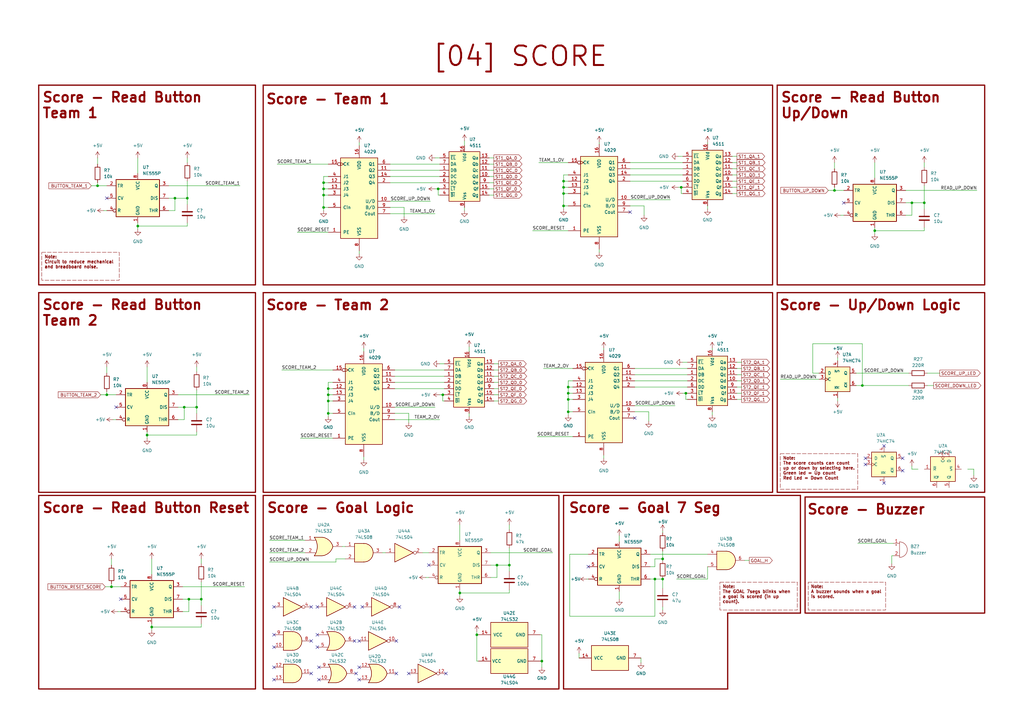
<source format=kicad_sch>
(kicad_sch (version 20230121) (generator eeschema)
  (paper "A3")
  (title_block (title "DIGITAL SCOREBOARD") (rev "1.0") (company "www.slemanz.com"))
  (junction (at 60.325 178.435))
  (junction (at 71.755 81.28))
  (junction (at 195.58 260.35))
  (junction (at 374.015 83.185))
  (junction (at 231.14 84.455))
  (junction (at 231.14 74.295))
  (junction (at 45.72 240.665))
  (junction (at 208.915 231.775))
  (junction (at 134.62 164.465))
  (junction (at 62.23 257.175))
  (junction (at 132.715 77.47))
  (junction (at 379.095 83.185))
  (junction (at 233.045 161.29))
  (junction (at 279.4 76.835))
  (junction (at 179.705 77.47))
  (junction (at 134.62 161.925))
  (junction (at 233.045 168.91))
  (junction (at 188.595 243.205))
  (junction (at 132.715 80.01))
  (junction (at 233.045 163.83))
  (junction (at 268.605 237.49))
  (junction (at 132.715 85.09))
  (junction (at 271.78 229.235))
  (junction (at 77.47 245.745))
  (junction (at 76.835 81.28))
  (junction (at 134.62 169.545))
  (junction (at 181.61 161.925))
  (junction (at 271.78 237.49))
  (junction (at 203.835 231.775))
  (junction (at 222.25 271.145))
  (junction (at 40.005 76.2))
  (junction (at 342.265 78.105))
  (junction (at 353.695 158.115))
  (junction (at 82.55 245.745))
  (junction (at 233.045 158.75))
  (junction (at 231.14 76.835))
  (junction (at 134.62 159.385))
  (junction (at 80.645 167.005))
  (junction (at 43.815 161.925))
  (junction (at 75.565 167.005))
  (junction (at 132.715 74.93))
  (junction (at 358.775 94.615))
  (junction (at 56.515 92.71))
  (junction (at 231.14 79.375))
  (junction (at 281.305 161.29))
  (no_connect (at 148.59 248.92))
  (no_connect (at 162.56 276.225))
  (no_connect (at 130.81 273.685))
  (no_connect (at 241.3 232.41))
  (no_connect (at 354.965 187.96))
  (no_connect (at 162.56 262.89))
  (no_connect (at 362.585 182.88))
  (no_connect (at 112.395 248.92))
  (no_connect (at 130.175 260.35))
  (no_connect (at 175.895 231.775))
  (no_connect (at 260.35 171.45))
  (no_connect (at 112.395 278.765))
  (no_connect (at 354.965 190.5))
  (no_connect (at 127.635 276.225))
  (no_connect (at 145.415 248.92))
  (no_connect (at 112.395 260.35))
  (no_connect (at 49.53 245.745))
  (no_connect (at 130.81 278.765))
  (no_connect (at 163.83 248.92))
  (no_connect (at 182.88 276.225))
  (no_connect (at 147.32 273.685))
  (no_connect (at 370.205 193.04))
  (no_connect (at 43.815 81.28))
  (no_connect (at 147.32 278.765))
  (no_connect (at 127.635 262.89))
  (no_connect (at 146.05 276.225))
  (no_connect (at 258.445 86.995))
  (no_connect (at 167.64 276.225))
  (no_connect (at 112.395 265.43))
  (no_connect (at 145.415 262.89))
  (no_connect (at 346.075 83.185))
  (no_connect (at 130.175 248.92))
  (no_connect (at 47.625 167.005))
  (no_connect (at 130.175 265.43))
  (no_connect (at 147.32 262.89))
  (no_connect (at 370.205 187.96))
  (no_connect (at 112.395 273.685))
  (no_connect (at 127.635 248.92))
  (no_connect (at 362.585 198.12))
  (wire (pts (xy 221.615 260.35) (xy 222.25 260.35)))
  (wire (pts (xy 260.35 156.21) (xy 281.94 156.21)))
  (wire (pts (xy 260.35 166.37) (xy 276.86 166.37)))
  (wire (pts (xy 300.355 74.295) (xy 302.26 74.295)))
  (wire (pts (xy 40.005 64.77) (xy 40.005 67.31)))
  (wire (pts (xy 161.925 169.545) (xy 167.64 169.545)))
  (wire (pts (xy 62.23 257.175) (xy 62.23 258.445)))
  (wire (pts (xy 76.835 92.71) (xy 76.835 91.44)))
  (wire (pts (xy 134.62 169.545) (xy 136.525 169.545)))
  (wire (pts (xy 233.045 161.29) (xy 233.045 158.75)))
  (wire (pts (xy 71.755 81.28) (xy 76.835 81.28)))
  (wire (pts (xy 233.045 76.835) (xy 231.14 76.835)))
  (wire (pts (xy 305.435 229.87) (xy 307.34 229.87)))
  (wire (pts (xy 156.845 226.695) (xy 158.115 226.695)))
  (wire (pts (xy 149.225 187.325) (xy 149.225 188.595)))
  (wire (pts (xy 180.34 149.225) (xy 182.245 149.225)))
  (wire (pts (xy 271.78 217.805) (xy 271.78 218.44)))
  (wire (pts (xy 80.645 167.005) (xy 80.645 169.545)))
  (wire (pts (xy 300.355 69.215) (xy 302.26 69.215)))
  (wire (pts (xy 48.26 250.825) (xy 49.53 250.825)))
  (wire (pts (xy 333.375 140.97) (xy 353.695 140.97)))
  (wire (pts (xy 195.58 260.35) (xy 195.58 271.145)))
  (wire (pts (xy 302.26 153.67) (xy 304.165 153.67)))
  (wire (pts (xy 161.925 151.765) (xy 182.245 151.765)))
  (wire (pts (xy 200.66 69.85) (xy 202.565 69.85)))
  (wire (pts (xy 231.14 74.295) (xy 233.045 74.295)))
  (wire (pts (xy 374.015 192.405) (xy 374.015 191.135)))
  (wire (pts (xy 80.645 160.02) (xy 80.645 167.005)))
  (wire (pts (xy 80.645 150.495) (xy 80.645 152.4)))
  (wire (pts (xy 233.045 168.91) (xy 233.045 170.18)))
  (wire (pts (xy 75.565 167.005) (xy 73.025 167.005)))
  (wire (pts (xy 371.475 78.105) (xy 400.685 78.105)))
  (wire (pts (xy 43.815 160.655) (xy 43.815 161.925)))
  (wire (pts (xy 268.605 237.49) (xy 271.78 237.49)))
  (wire (pts (xy 174.625 236.855) (xy 175.895 236.855)))
  (wire (pts (xy 258.445 71.755) (xy 280.035 71.755)))
  (wire (pts (xy 300.355 66.675) (xy 302.26 66.675)))
  (wire (pts (xy 200.66 80.01) (xy 202.565 80.01)))
  (wire (pts (xy 82.55 238.76) (xy 82.55 245.745)))
  (wire (pts (xy 260.35 158.75) (xy 281.94 158.75)))
  (wire (pts (xy 247.65 186.69) (xy 247.65 187.96)))
  (wire (pts (xy 195.58 260.35) (xy 196.215 260.35)))
  (wire (pts (xy 134.62 161.925) (xy 134.62 159.385)))
  (wire (pts (xy 300.355 76.835) (xy 302.26 76.835)))
  (wire (pts (xy 379.095 76.2) (xy 379.095 83.185)))
  (wire (pts (xy 137.795 230.505) (xy 137.795 229.235)))
  (wire (pts (xy 56.515 92.71) (xy 56.515 91.44)))
  (wire (pts (xy 134.62 164.465) (xy 134.62 169.545)))
  (wire (pts (xy 290.195 84.455) (xy 290.195 85.725)))
  (wire (pts (xy 358.775 94.615) (xy 379.095 94.615)))
  (wire (pts (xy 379.095 94.615) (xy 379.095 93.345)))
  (wire (pts (xy 376.555 192.405) (xy 374.015 192.405)))
  (wire (pts (xy 290.195 237.49) (xy 277.495 237.49)))
  (wire (pts (xy 231.14 74.295) (xy 231.14 71.755)))
  (wire (pts (xy 173.355 226.695) (xy 175.895 226.695)))
  (polyline (pts (xy 231.14 282.575) (xy 298.45 282.575)) (stroke (width 0.5) (type solid) (color 132 0 0 1)))
  (wire (pts (xy 69.215 86.36) (xy 71.755 86.36)))
  (wire (pts (xy 231.14 79.375) (xy 231.14 84.455)))
  (wire (pts (xy 82.55 229.235) (xy 82.55 231.14)))
  (wire (pts (xy 202.565 151.765) (xy 204.47 151.765)))
  (wire (pts (xy 335.915 153.035) (xy 333.375 153.035)))
  (wire (pts (xy 200.66 74.93) (xy 202.565 74.93)))
  (wire (pts (xy 56.515 92.71) (xy 56.515 93.98)))
  (wire (pts (xy 181.61 161.925) (xy 181.61 164.465)))
  (wire (pts (xy 62.23 229.235) (xy 62.23 235.585)))
  (wire (pts (xy 302.26 151.13) (xy 304.165 151.13)))
  (wire (pts (xy 233.68 227.33) (xy 233.68 252.73)))
  (wire (pts (xy 266.065 168.91) (xy 266.065 172.72)))
  (wire (pts (xy 195.58 259.08) (xy 195.58 260.35)))
  (wire (pts (xy 132.715 85.09) (xy 132.715 86.36)))
  (wire (pts (xy 374.015 83.185) (xy 379.095 83.185)))
  (wire (pts (xy 290.195 58.42) (xy 290.195 59.055)))
  (wire (pts (xy 188.595 215.265) (xy 188.595 221.615)))
  (wire (pts (xy 203.835 231.775) (xy 208.915 231.775)))
  (wire (pts (xy 208.915 215.265) (xy 208.915 217.17)))
  (wire (pts (xy 160.02 74.93) (xy 180.34 74.93)))
  (wire (pts (xy 69.215 76.2) (xy 98.425 76.2)))
  (wire (pts (xy 62.23 257.175) (xy 82.55 257.175)))
  (wire (pts (xy 245.745 58.42) (xy 245.745 59.055)))
  (wire (pts (xy 271.78 226.06) (xy 271.78 229.235)))
  (wire (pts (xy 260.35 151.13) (xy 281.94 151.13)))
  (wire (pts (xy 208.915 231.775) (xy 208.915 234.315)))
  (wire (pts (xy 237.49 267.97) (xy 237.49 269.875)))
  (wire (pts (xy 279.4 76.835) (xy 279.4 79.375)))
  (wire (pts (xy 60.325 178.435) (xy 80.645 178.435)))
  (wire (pts (xy 300.355 64.135) (xy 302.26 64.135)))
  (wire (pts (xy 76.835 81.28) (xy 76.835 83.82)))
  (wire (pts (xy 77.47 250.825) (xy 77.47 245.745)))
  (wire (pts (xy 254 242.57) (xy 254 245.745)))
  (wire (pts (xy 254 219.71) (xy 254 222.25)))
  (polyline (pts (xy 298.45 282.575) (xy 298.45 251.46)) (stroke (width 0.5) (type solid) (color 132 0 0 1)))
  (wire (pts (xy 271.78 229.235) (xy 271.78 229.87)))
  (wire (pts (xy 132.715 77.47) (xy 132.715 80.01)))
  (wire (pts (xy 271.78 248.92) (xy 271.78 250.19)))
  (wire (pts (xy 43.815 150.495) (xy 43.815 153.035)))
  (wire (pts (xy 190.5 57.785) (xy 190.5 59.69)))
  (wire (pts (xy 380.365 158.115) (xy 382.905 158.115)))
  (wire (pts (xy 258.445 84.455) (xy 264.16 84.455)))
  (wire (pts (xy 268.605 232.41) (xy 268.605 229.235)))
  (polyline (pts (xy 328.295 203.2) (xy 231.14 203.2)) (stroke (width 0.5) (type solid) (color 132 0 0 1)))
  (wire (pts (xy 280.035 161.29) (xy 281.305 161.29)))
  (wire (pts (xy 231.14 76.835) (xy 231.14 74.295)))
  (wire (pts (xy 231.14 71.755) (xy 233.045 71.755)))
  (wire (pts (xy 280.035 79.375) (xy 279.4 79.375)))
  (wire (pts (xy 260.35 168.91) (xy 266.065 168.91)))
  (wire (pts (xy 234.95 161.29) (xy 233.045 161.29)))
  (wire (pts (xy 245.745 102.235) (xy 245.745 103.505)))
  (wire (pts (xy 231.14 76.835) (xy 231.14 79.375)))
  (wire (pts (xy 399.415 192.405) (xy 399.415 194.945)))
  (wire (pts (xy 342.265 66.675) (xy 342.265 69.215)))
  (wire (pts (xy 41.275 161.925) (xy 43.815 161.925)))
  (wire (pts (xy 200.66 67.31) (xy 202.565 67.31)))
  (wire (pts (xy 62.23 257.175) (xy 62.23 255.905)))
  (wire (pts (xy 358.775 94.615) (xy 358.775 93.345)))
  (wire (pts (xy 344.805 88.265) (xy 346.075 88.265)))
  (wire (pts (xy 60.325 150.495) (xy 60.325 156.845)))
  (wire (pts (xy 134.62 156.845) (xy 136.525 156.845)))
  (wire (pts (xy 56.515 92.71) (xy 76.835 92.71)))
  (wire (pts (xy 200.66 64.77) (xy 202.565 64.77)))
  (wire (pts (xy 353.695 158.115) (xy 372.745 158.115)))
  (wire (pts (xy 343.535 163.195) (xy 343.535 164.465)))
  (wire (pts (xy 233.045 168.91) (xy 234.95 168.91)))
  (wire (pts (xy 365.76 227.965) (xy 366.395 227.965)))
  (wire (pts (xy 115.57 151.765) (xy 136.525 151.765)))
  (wire (pts (xy 218.44 94.615) (xy 233.045 94.615)))
  (wire (pts (xy 371.475 88.265) (xy 374.015 88.265)))
  (wire (pts (xy 222.25 260.35) (xy 222.25 271.145)))
  (wire (pts (xy 342.265 78.105) (xy 346.075 78.105)))
  (wire (pts (xy 132.715 72.39) (xy 134.62 72.39)))
  (wire (pts (xy 262.89 269.875) (xy 262.89 271.78)))
  (wire (pts (xy 202.565 154.305) (xy 204.47 154.305)))
  (wire (pts (xy 76.835 64.77) (xy 76.835 66.675)))
  (wire (pts (xy 160.02 69.85) (xy 180.34 69.85)))
  (wire (pts (xy 302.26 163.83) (xy 304.165 163.83)))
  (wire (pts (xy 160.02 85.09) (xy 165.735 85.09)))
  (wire (pts (xy 302.26 161.29) (xy 304.165 161.29)))
  (wire (pts (xy 264.16 84.455) (xy 264.16 88.265)))
  (wire (pts (xy 202.565 161.925) (xy 204.47 161.925)))
  (wire (pts (xy 300.355 71.755) (xy 302.26 71.755)))
  (wire (pts (xy 278.13 64.135) (xy 280.035 64.135)))
  (wire (pts (xy 233.045 163.83) (xy 233.045 168.91)))
  (wire (pts (xy 140.335 224.155) (xy 141.605 224.155)))
  (wire (pts (xy 45.72 240.665) (xy 49.53 240.665)))
  (wire (pts (xy 231.14 79.375) (xy 233.045 79.375)))
  (wire (pts (xy 300.355 79.375) (xy 302.26 79.375)))
  (wire (pts (xy 165.735 85.09) (xy 165.735 88.9)))
  (wire (pts (xy 266.7 237.49) (xy 268.605 237.49)))
  (wire (pts (xy 233.045 156.21) (xy 234.95 156.21)))
  (wire (pts (xy 271.78 237.49) (xy 271.78 241.3)))
  (wire (pts (xy 240.665 237.49) (xy 241.3 237.49)))
  (wire (pts (xy 188.595 243.205) (xy 188.595 244.475)))
  (wire (pts (xy 268.605 229.235) (xy 271.78 229.235)))
  (wire (pts (xy 260.35 153.67) (xy 281.94 153.67)))
  (wire (pts (xy 201.295 236.855) (xy 203.835 236.855)))
  (wire (pts (xy 179.705 77.47) (xy 179.705 80.01)))
  (wire (pts (xy 134.62 164.465) (xy 136.525 164.465)))
  (wire (pts (xy 353.695 158.115) (xy 351.155 158.115)))
  (wire (pts (xy 136.525 161.925) (xy 134.62 161.925)))
  (wire (pts (xy 82.55 257.175) (xy 82.55 255.905)))
  (wire (pts (xy 208.915 243.205) (xy 208.915 241.935)))
  (wire (pts (xy 43.18 240.665) (xy 45.72 240.665)))
  (wire (pts (xy 60.325 178.435) (xy 60.325 177.165)))
  (wire (pts (xy 203.835 231.775) (xy 201.295 231.775)))
  (wire (pts (xy 82.55 245.745) (xy 82.55 248.285)))
  (wire (pts (xy 180.34 80.01) (xy 179.705 80.01)))
  (wire (pts (xy 75.565 167.005) (xy 80.645 167.005)))
  (wire (pts (xy 76.835 74.295) (xy 76.835 81.28)))
  (wire (pts (xy 80.645 178.435) (xy 80.645 177.165)))
  (wire (pts (xy 351.155 153.035) (xy 372.745 153.035)))
  (wire (pts (xy 231.14 84.455) (xy 231.14 85.725)))
  (wire (pts (xy 73.025 161.925) (xy 102.235 161.925)))
  (wire (pts (xy 202.565 156.845) (xy 204.47 156.845)))
  (wire (pts (xy 278.13 76.835) (xy 279.4 76.835)))
  (wire (pts (xy 339.725 78.105) (xy 342.265 78.105)))
  (wire (pts (xy 132.715 74.93) (xy 134.62 74.93)))
  (wire (pts (xy 123.19 179.705) (xy 136.525 179.705)))
  (wire (pts (xy 46.355 172.085) (xy 47.625 172.085)))
  (wire (pts (xy 132.715 80.01) (xy 134.62 80.01)))
  (wire (pts (xy 180.34 161.925) (xy 181.61 161.925)))
  (wire (pts (xy 43.815 161.925) (xy 47.625 161.925)))
  (wire (pts (xy 134.62 159.385) (xy 136.525 159.385)))
  (wire (pts (xy 161.925 154.305) (xy 182.245 154.305)))
  (wire (pts (xy 147.32 58.42) (xy 147.32 59.69)))
  (wire (pts (xy 137.795 229.235) (xy 141.605 229.235)))
  (wire (pts (xy 333.375 153.035) (xy 333.375 140.97)))
  (wire (pts (xy 379.095 83.185) (xy 379.095 85.725)))
  (wire (pts (xy 302.26 158.75) (xy 304.165 158.75)))
  (wire (pts (xy 203.835 236.855) (xy 203.835 231.775)))
  (wire (pts (xy 279.4 76.835) (xy 280.035 76.835)))
  (wire (pts (xy 74.93 250.825) (xy 77.47 250.825)))
  (wire (pts (xy 343.535 147.955) (xy 343.535 146.685)))
  (wire (pts (xy 222.25 271.145) (xy 221.615 271.145)))
  (wire (pts (xy 266.7 227.33) (xy 290.195 227.33)))
  (wire (pts (xy 233.045 158.75) (xy 233.045 156.21)))
  (wire (pts (xy 188.595 243.205) (xy 188.595 241.935)))
  (wire (pts (xy 73.025 172.085) (xy 75.565 172.085)))
  (wire (pts (xy 149.225 142.875) (xy 149.225 144.145)))
  (wire (pts (xy 290.195 232.41) (xy 290.195 237.49)))
  (wire (pts (xy 292.1 142.875) (xy 292.1 143.51)))
  (wire (pts (xy 160.02 67.31) (xy 180.34 67.31)))
  (wire (pts (xy 134.62 169.545) (xy 134.62 170.815)))
  (polyline (pts (xy 328.295 251.46) (xy 328.295 203.2)) (stroke (width 0.5) (type solid) (color 132 0 0 1)))
  (wire (pts (xy 258.445 66.675) (xy 280.035 66.675)))
  (wire (pts (xy 379.095 66.675) (xy 379.095 68.58)))
  (wire (pts (xy 365.76 231.14) (xy 365.76 227.965)))
  (wire (pts (xy 202.565 149.225) (xy 204.47 149.225)))
  (wire (pts (xy 258.445 74.295) (xy 280.035 74.295)))
  (wire (pts (xy 167.64 169.545) (xy 167.64 173.355)))
  (wire (pts (xy 241.3 227.33) (xy 233.68 227.33)))
  (wire (pts (xy 110.49 226.695) (xy 125.095 226.695)))
  (wire (pts (xy 56.515 64.77) (xy 56.515 71.12)))
  (wire (pts (xy 132.715 74.93) (xy 132.715 72.39)))
  (wire (pts (xy 233.68 252.73) (xy 268.605 252.73)))
  (wire (pts (xy 74.93 240.665) (xy 100.33 240.665)))
  (wire (pts (xy 258.445 81.915) (xy 274.955 81.915)))
  (wire (pts (xy 192.405 142.24) (xy 192.405 144.145)))
  (wire (pts (xy 134.62 77.47) (xy 132.715 77.47)))
  (wire (pts (xy 77.47 245.745) (xy 82.55 245.745)))
  (wire (pts (xy 178.435 77.47) (xy 179.705 77.47)))
  (wire (pts (xy 222.25 273.685) (xy 222.25 271.145)))
  (wire (pts (xy 233.045 161.29) (xy 233.045 163.83)))
  (wire (pts (xy 147.32 102.87) (xy 147.32 104.14)))
  (wire (pts (xy 208.915 224.79) (xy 208.915 231.775)))
  (wire (pts (xy 161.925 172.085) (xy 180.34 172.085)))
  (wire (pts (xy 374.015 88.265) (xy 374.015 83.185)))
  (wire (pts (xy 268.605 237.49) (xy 268.605 252.73)))
  (wire (pts (xy 202.565 159.385) (xy 204.47 159.385)))
  (wire (pts (xy 281.305 161.29) (xy 281.94 161.29)))
  (wire (pts (xy 132.715 77.47) (xy 132.715 74.93)))
  (wire (pts (xy 222.885 151.13) (xy 234.95 151.13)))
  (wire (pts (xy 231.14 84.455) (xy 233.045 84.455)))
  (wire (pts (xy 132.715 85.09) (xy 134.62 85.09)))
  (wire (pts (xy 374.015 83.185) (xy 371.475 83.185)))
  (wire (pts (xy 320.04 155.575) (xy 335.915 155.575)))
  (wire (pts (xy 160.02 87.63) (xy 178.435 87.63)))
  (wire (pts (xy 181.61 161.925) (xy 182.245 161.925)))
  (wire (pts (xy 161.925 156.845) (xy 182.245 156.845)))
  (wire (pts (xy 179.705 77.47) (xy 180.34 77.47)))
  (wire (pts (xy 302.26 148.59) (xy 304.165 148.59)))
  (wire (pts (xy 233.045 158.75) (xy 234.95 158.75)))
  (wire (pts (xy 134.62 161.925) (xy 134.62 164.465)))
  (wire (pts (xy 75.565 172.085) (xy 75.565 167.005)))
  (wire (pts (xy 40.005 74.93) (xy 40.005 76.2)))
  (wire (pts (xy 71.755 81.28) (xy 69.215 81.28)))
  (wire (pts (xy 342.265 76.835) (xy 342.265 78.105)))
  (wire (pts (xy 281.94 163.83) (xy 281.305 163.83)))
  (wire (pts (xy 110.49 230.505) (xy 137.795 230.505)))
  (wire (pts (xy 281.305 161.29) (xy 281.305 163.83)))
  (wire (pts (xy 71.755 86.36) (xy 71.755 81.28)))
  (wire (pts (xy 192.405 169.545) (xy 192.405 170.815)))
  (wire (pts (xy 161.925 159.385) (xy 182.245 159.385)))
  (wire (pts (xy 353.695 140.97) (xy 353.695 158.115)))
  (wire (pts (xy 258.445 69.215) (xy 280.035 69.215)))
  (wire (pts (xy 233.045 163.83) (xy 234.95 163.83)))
  (wire (pts (xy 202.565 164.465) (xy 204.47 164.465)))
  (wire (pts (xy 200.66 72.39) (xy 202.565 72.39)))
  (wire (pts (xy 247.65 142.875) (xy 247.65 143.51)))
  (polyline (pts (xy 298.45 251.46) (xy 328.295 251.46)) (stroke (width 0.5) (type solid) (color 132 0 0 1)))
  (wire (pts (xy 380.365 153.035) (xy 385.445 153.035)))
  (wire (pts (xy 280.035 148.59) (xy 281.94 148.59)))
  (wire (pts (xy 60.325 178.435) (xy 60.325 179.705)))
  (wire (pts (xy 40.005 76.2) (xy 43.815 76.2)))
  (wire (pts (xy 132.715 80.01) (xy 132.715 85.09)))
  (wire (pts (xy 195.58 271.145) (xy 196.215 271.145)))
  (wire (pts (xy 358.775 94.615) (xy 358.775 95.885)))
  (wire (pts (xy 160.02 82.55) (xy 176.53 82.55)))
  (wire (pts (xy 77.47 245.745) (xy 74.93 245.745)))
  (wire (pts (xy 134.62 159.385) (xy 134.62 156.845)))
  (wire (pts (xy 182.245 164.465) (xy 181.61 164.465)))
  (wire (pts (xy 201.295 226.695) (xy 226.695 226.695)))
  (wire (pts (xy 266.7 232.41) (xy 268.605 232.41)))
  (wire (pts (xy 113.665 67.31) (xy 134.62 67.31)))
  (wire (pts (xy 190.5 85.09) (xy 190.5 86.36)))
  (wire (pts (xy 220.98 66.675) (xy 233.045 66.675)))
  (wire (pts (xy 42.545 86.36) (xy 43.815 86.36)))
  (wire (pts (xy 188.595 243.205) (xy 208.915 243.205)))
  (wire (pts (xy 292.1 168.91) (xy 292.1 170.18)))
  (wire (pts (xy 200.66 77.47) (xy 202.565 77.47)))
  (wire (pts (xy 121.92 95.25) (xy 134.62 95.25)))
  (wire (pts (xy 302.26 156.21) (xy 304.165 156.21)))
  (wire (pts (xy 161.925 167.005) (xy 178.435 167.005)))
  (wire (pts (xy 220.345 179.07) (xy 234.95 179.07)))
  (wire (pts (xy 396.875 192.405) (xy 399.415 192.405)))
  (wire (pts (xy 178.435 64.77) (xy 180.34 64.77)))
  (polyline (pts (xy 231.14 203.2) (xy 231.14 282.575)) (stroke (width 0.5) (type solid) (color 132 0 0 1)))
  (wire (pts (xy 160.02 72.39) (xy 180.34 72.39)))
  (wire (pts (xy 351.79 222.885) (xy 366.395 222.885)))
  (wire (pts (xy 110.49 221.615) (xy 125.095 221.615)))
  (wire (pts (xy 37.465 76.2) (xy 40.005 76.2)))
  (wire (pts (xy 358.775 66.675) (xy 358.775 73.025)))
  (wire (pts (xy 45.72 239.395) (xy 45.72 240.665)))
  (wire (pts (xy 45.72 229.235) (xy 45.72 231.775)))
  (rectangle (start 318.77 34.925) (end 403.86 116.84) (stroke (width 0.5) (color 132 0 0 1)))
  (rectangle (start 107.95 203.2) (end 229.235 282.575) (stroke (width 0.5) (color 132 0 0 1)))
  (rectangle (start 15.875 34.925) (end 104.775 116.84) (stroke (width 0.5) (color 132 0 0 1)))
  (rectangle (start 107.95 34.925) (end 316.865 116.84) (stroke (width 0.5) (color 132 0 0 1)))
  (rectangle (start 318.77 120.015) (end 403.86 201.93) (stroke (width 0.5) (color 132 0 0 1)))
  (rectangle (start 107.95 120.015) (end 316.865 201.93) (stroke (width 0.5) (color 132 0 0 1)))
  (rectangle (start 330.2 203.835) (end 403.86 251.46) (stroke (width 0.5) (color 132 0 0 1)))
  (rectangle (start 15.875 203.2) (end 104.775 282.575) (stroke (width 0.5) (color 132 0 0 1)))
  (rectangle (start 15.875 120.015) (end 104.775 201.93) (stroke (width 0.5) (color 132 0 0 1)))
  (text_box "Note:\nThe score counts can count up or down by selecting here.\nGreen led = Up count\nRed Led = Down Count" (at 320.04 186.055 0) (size 31.75 14.605) (stroke (width 0.15) (type dash) (color 132 0 0 1)) (effects (font (size 1.27 1.27) (thickness 0.254) bold) (justify left top)))
  (text_box "Note:\nCircuit to reduce mechanical and breadboard noise." (at 17.145 103.505 0) (size 31.75 11.43) (stroke (width 0.15) (type dash) (color 132 0 0 1)) (effects (font (size 1.27 1.27) (thickness 0.254) bold) (justify left top)))
  (text_box "Note:\nA buzzer sounds when a goal is scored." (at 331.47 238.76 0) (size 31.75 11.43) (stroke (width 0.15) (type dash) (color 132 0 0 1)) (effects (font (size 1.27 1.27) (thickness 0.254) bold) (justify left top)))
  (text_box "Note:\nThe GOAL 7segs blinks when a goal is scored (in up count)." (at 295.275 238.76 0) (size 31.75 11.43) (stroke (width 0.15) (type dash) (color 132 0 0 1)) (effects (font (size 1.27 1.27) (thickness 0.254) bold) (justify left top)))
  (text "[04] SCORE" (at 177.165 27.94 0) (effects (font (size 8 8) (thickness 0.8) bold) (justify left bottom)))
  (text "Score - Read Button \nTeam 2" (at 17.145 133.985 0) (effects (font (size 4 4) (thickness 0.8) bold) (justify left bottom)))
  (text "Score - Team 2" (at 160.02 127.635 0) (effects (font (size 4 4) (thickness 0.8) bold) (justify right bottom)))
  (text "Score - Goal Logic" (at 109.22 210.82 0) (effects (font (size 4 4) (thickness 0.8) bold) (justify left bottom)))
  (text "Score - Team 1" (at 160.02 43.18 0) (effects (font (size 4 4) (thickness 0.8) bold) (justify right bottom)))
  (text "Score - Up/Down Logic" (at 319.405 127.635 0) (effects (font (size 4 4) (thickness 0.8) bold) (justify left bottom)))
  (text "Score - Read Button \nUp/Down" (at 320.04 48.895 0) (effects (font (size 4 4) (thickness 0.8) bold) (justify left bottom)))
  (text "Score - Read Button Reset" (at 17.145 210.82 0) (effects (font (size 4 4) (thickness 0.8) bold) (justify left bottom)))
  (text "Score - Goal 7 Seg" (at 233.045 210.82 0) (effects (font (size 4 4) (thickness 0.8) bold) (justify left bottom)))
  (text "Score - Read Button \nTeam 1" (at 17.145 48.895 0) (effects (font (size 4 4) (thickness 0.8) bold) (justify left bottom)))
  (text "Score - Buzzer" (at 330.835 211.455 0) (effects (font (size 4 4) (thickness 0.8) bold) (justify left bottom)))
  (label "SCORE_UP_DOWN" (at 354.33 153.035 0))
  (label "TEAM_2_OV" (at 222.885 151.13 0))
  (label "SCORE_TEAM_2" (at 115.57 151.765 0))
  (label "SCORE_GOAL" (at 277.495 237.49 0))
  (label "SCORE_UP_DOWN" (at 176.53 82.55 180))
  (label "SCORE_TEAM_1" (at 110.49 221.615 0))
  (label "SCORE_UP_DOWN" (at 274.955 81.915 180))
  (label "TEAM_1_OV" (at 178.435 87.63 180))
  (label "SCORE_GOAL" (at 226.695 226.695 180))
  (label "SCORE_TEAM_2" (at 102.235 161.925 180))
  (label "SCORE_UP_DOWN" (at 276.86 166.37 180))
  (label "READ_UP_DOWN" (at 320.04 155.575 0))
  (label "SCORE_TEAM_1" (at 98.425 76.2 180))
  (label "SCORE_UP_DOWN" (at 178.435 167.005 180))
  (label "TEAM_2_OV" (at 180.34 172.085 180))
  (label "SCORE_RESET" (at 123.19 179.705 0))
  (label "SCORE_GOAL" (at 351.79 222.885 0))
  (label "SCORE_RESET" (at 220.345 179.07 0))
  (label "SCORE_TEAM_2" (at 110.49 226.695 0))
  (label "SCORE_RESET" (at 121.92 95.25 0))
  (label "READ_UP_DOWN" (at 400.685 78.105 180))
  (label "TEAM_1_OV" (at 220.98 66.675 0))
  (label "SCORE_RESET" (at 218.44 94.615 0))
  (label "SCORE_UP_DOWN" (at 110.49 230.505 0))
  (label "SCORE_TEAM_1" (at 113.665 67.31 0))
  (label "SCORE_RESET" (at 100.33 240.665 180))
  (global_label "ST2_QC_0" (shape output) (at 204.47 154.305 0) (property "Intersheetrefs" "${INTERSHEET_REFS}" (effects hide)))
  (global_label "ST2_QD_1" (shape output) (at 304.165 156.21 0) (property "Intersheetrefs" "${INTERSHEET_REFS}" (effects hide)))
  (global_label "SCORE_UP_LED" (shape output) (at 385.445 153.035 0) (property "Intersheetrefs" "${INTERSHEET_REFS}" (effects hide)))
  (global_label "ST2_QE_0" (shape output) (at 204.47 159.385 0) (property "Intersheetrefs" "${INTERSHEET_REFS}" (effects hide)))
  (global_label "ST2_QB_1" (shape output) (at 304.165 151.13 0) (property "Intersheetrefs" "${INTERSHEET_REFS}" (effects hide)))
  (global_label "ST1_QC_1" (shape output) (at 302.26 69.215 0) (property "Intersheetrefs" "${INTERSHEET_REFS}" (effects hide)))
  (global_label "ST1_QG_1" (shape output) (at 302.26 79.375 0) (property "Intersheetrefs" "${INTERSHEET_REFS}" (effects hide)))
  (global_label "ST1_QF_0" (shape output) (at 202.565 77.47 0) (property "Intersheetrefs" "${INTERSHEET_REFS}" (effects hide)))
  (global_label "ST2_QG_1" (shape output) (at 304.165 163.83 0) (property "Intersheetrefs" "${INTERSHEET_REFS}" (effects hide)))
  (global_label "BUTTON_RESET_SCORE" (shape input) (at 43.18 240.665 180) (property "Intersheetrefs" "${INTERSHEET_REFS}" (effects hide)))
  (global_label "ST1_QA_1" (shape output) (at 302.26 64.135 0) (property "Intersheetrefs" "${INTERSHEET_REFS}" (effects hide)))
  (global_label "ST1_QE_1" (shape output) (at 302.26 74.295 0) (property "Intersheetrefs" "${INTERSHEET_REFS}" (effects hide)))
  (global_label "ST1_QF_1" (shape output) (at 302.26 76.835 0) (property "Intersheetrefs" "${INTERSHEET_REFS}" (effects hide)))
  (global_label "ST1_QG_0" (shape output) (at 202.565 80.01 0) (property "Intersheetrefs" "${INTERSHEET_REFS}" (effects hide)))
  (global_label "ST2_QD_0" (shape output) (at 204.47 156.845 0) (property "Intersheetrefs" "${INTERSHEET_REFS}" (effects hide)))
  (global_label "ST2_QB_0" (shape output) (at 204.47 151.765 0) (property "Intersheetrefs" "${INTERSHEET_REFS}" (effects hide)))
  (global_label "ST1_QB_0" (shape output) (at 202.565 67.31 0) (property "Intersheetrefs" "${INTERSHEET_REFS}" (effects hide)))
  (global_label "ST1_QD_1" (shape output) (at 302.26 71.755 0) (property "Intersheetrefs" "${INTERSHEET_REFS}" (effects hide)))
  (global_label "GOAL_H" (shape output) (at 307.34 229.87 0) (property "Intersheetrefs" "${INTERSHEET_REFS}" (effects hide)))
  (global_label "ST2_QF_0" (shape output) (at 204.47 161.925 0) (property "Intersheetrefs" "${INTERSHEET_REFS}" (effects hide)))
  (global_label "BUTTON_TEAM_2" (shape input) (at 41.275 161.925 180) (property "Intersheetrefs" "${INTERSHEET_REFS}" (effects hide)))
  (global_label "ST2_QF_1" (shape output) (at 304.165 161.29 0) (property "Intersheetrefs" "${INTERSHEET_REFS}" (effects hide)))
  (global_label "ST2_QA_0" (shape output) (at 204.47 149.225 0) (property "Intersheetrefs" "${INTERSHEET_REFS}" (effects hide)))
  (global_label "ST1_QA_0" (shape output) (at 202.565 64.77 0) (property "Intersheetrefs" "${INTERSHEET_REFS}" (effects hide)))
  (global_label "ST2_QA_1" (shape output) (at 304.165 148.59 0) (property "Intersheetrefs" "${INTERSHEET_REFS}" (effects hide)))
  (global_label "ST2_QC_1" (shape output) (at 304.165 153.67 0) (property "Intersheetrefs" "${INTERSHEET_REFS}" (effects hide)))
  (global_label "ST1_QD_0" (shape output) (at 202.565 72.39 0) (property "Intersheetrefs" "${INTERSHEET_REFS}" (effects hide)))
  (global_label "ST2_QE_1" (shape output) (at 304.165 158.75 0) (property "Intersheetrefs" "${INTERSHEET_REFS}" (effects hide)))
  (global_label "ST2_QG_0" (shape output) (at 204.47 164.465 0) (property "Intersheetrefs" "${INTERSHEET_REFS}" (effects hide)))
  (global_label "ST1_QB_1" (shape output) (at 302.26 66.675 0) (property "Intersheetrefs" "${INTERSHEET_REFS}" (effects hide)))
  (global_label "ST1_QC_0" (shape output) (at 202.565 69.85 0) (property "Intersheetrefs" "${INTERSHEET_REFS}" (effects hide)))
  (global_label "SCORE_DOWN_LED" (shape output) (at 382.905 158.115 0) (property "Intersheetrefs" "${INTERSHEET_REFS}" (effects hide)))
  (global_label "BUTTON_TEAM_1" (shape input) (at 37.465 76.2 180) (property "Intersheetrefs" "${INTERSHEET_REFS}" (effects hide)))
  (global_label "ST1_QE_0" (shape output) (at 202.565 74.93 0) (property "Intersheetrefs" "${INTERSHEET_REFS}" (effects hide)))
  (global_label "BUTTON_UP_DOWN" (shape input) (at 339.725 78.105 180) (property "Intersheetrefs" "${INTERSHEET_REFS}" (effects hide)))
  (symbol (lib_id "74xx:74LS32") (at 137.795 262.89 0) (unit 2)
    (property "Reference" "U42" (at 137.795 255.27 0))
    (property "Value" "74LS32" (at 137.795 257.81 0))
    (property "Datasheet" "http://www.ti.com/lit/gpn/sn74LS32" (effects hide))
  )
  (symbol (lib_id "power:GND") (at 231.14 85.725 0) (unit 1)
    (property "Reference" "#PWR?" (effects hide))
    (property "Value" "GND" (at 231.14 90.17 0))
    (instances (project "Digital_Scoreboard" (path "" (reference "#PWR?") (unit 1)) (path "" (reference "#PWR?") (unit 1)) (path "" (reference "#PWR0112") (unit 1))))
  )
  (symbol (lib_id "4xxx:4029") (at 245.745 79.375 0) (unit 1)
    (property "Reference" "U?" (at 247.7009 59.055 0) (effects (justify left)))
    (property "Value" "4029" (at 247.7009 61.595 0) (effects (justify left)))
    (property "Datasheet" "http://www.intersil.com/content/dam/Intersil/documents/cd40/cd4029bms.pdf" (effects hide))
    (instances (project "Digital_Scoreboard" (path "" (reference "U?") (unit 1)) (path "" (reference "U32") (unit 1))))
  )
  (symbol (lib_id "74xx:74LS04") (at 156.21 248.92 0) (unit 4)
    (property "Reference" "U44" (at 156.21 241.3 0))
    (property "Value" "74LS04" (at 156.21 243.84 0))
    (property "Datasheet" "http://www.ti.com/lit/gpn/sn74LS04" (effects hide))
  )
  (symbol (lib_id "power:+5V") (at 80.645 150.495 0) (unit 1)
    (property "Reference" "#PWR?" (effects hide))
    (property "Value" "+5V" (at 80.645 145.415 0))
    (instances (project "Digital_Scoreboard" (path "" (reference "#PWR?") (unit 1)) (path "" (reference "#PWR?") (unit 1)) (path "" (reference "#PWR0133") (unit 1))))
  )
  (symbol (lib_id "74xx:74LS04") (at 137.795 248.92 0) (unit 3)
    (property "Reference" "U44" (at 137.795 241.3 0))
    (property "Value" "74LS04" (at 137.795 243.84 0))
    (property "Datasheet" "http://www.ti.com/lit/gpn/sn74LS04" (effects hide))
  )
  (symbol (lib_id "74xx:74HC74") (at 386.715 192.405 270) (unit 1)
    (property "Reference" "U?" (at 386.715 182.88 90))
    (property "Value" "74HC74" (at 386.715 185.42 90))
    (property "Datasheet" "74xx/74hc_hct74.pdf" (effects hide))
    (instances (project "Digital_Scoreboard" (path "" (reference "U?") (unit 1)) (path "" (reference "U36") (unit 3))))
  )
  (symbol (lib_id "power:GND") (at 180.34 149.225 270) (unit 1)
    (property "Reference" "#PWR?" (effects hide))
    (property "Value" "GND" (at 176.53 149.225 90) (effects (justify right)))
    (instances (project "Digital_Scoreboard" (path "" (reference "#PWR?") (unit 1)) (path "" (reference "#PWR?") (unit 1)) (path "" (reference "#PWR0130") (unit 1))))
  )
  (symbol (lib_id "power:GND") (at 149.225 188.595 0) (unit 1)
    (property "Reference" "#PWR?" (effects hide))
    (property "Value" "GND" (at 149.225 193.675 0))
    (instances (project "Digital_Scoreboard" (path "" (reference "#PWR?") (unit 1)) (path "" (reference "#PWR?") (unit 1)) (path "" (reference "#PWR0146") (unit 1))))
  )
  (symbol (lib_id "power:+5V") (at 240.665 237.49 90) (unit 1)
    (property "Reference" "#PWR?" (effects hide))
    (property "Value" "+5V" (at 238.125 237.49 90) (effects (justify left)))
    (instances (project "Digital_Scoreboard" (path "" (reference "#PWR?") (unit 1)) (path "" (reference "#PWR0158") (unit 1))))
  )
  (symbol (lib_id "power:GND") (at 264.16 88.265 0) (unit 1)
    (property "Reference" "#PWR?" (effects hide))
    (property "Value" "GND" (at 264.16 93.345 0))
    (instances (project "Digital_Scoreboard" (path "" (reference "#PWR?") (unit 1)) (path "" (reference "#PWR?") (unit 1)) (path "" (reference "#PWR0117") (unit 1))))
  )
  (symbol (lib_id "Timer:NE555P") (at 56.515 81.28 0) (unit 1)
    (property "Reference" "U?" (at 58.4709 68.58 0) (effects (justify left)))
    (property "Value" "NE555P" (at 58.4709 71.12 0) (effects (justify left)))
    (property "Footprint" "Package_DIP:DIP-8_W7.62mm" (effects hide))
    (property "Datasheet" "http://www.ti.com/lit/ds/symlink/ne555.pdf" (effects hide))
    (instances (project "Digital_Scoreboard" (path "" (reference "U?") (unit 1)) (path "" (reference "U?") (unit 1)) (path "" (reference "U34") (unit 1))))
  )
  (symbol (lib_id "power:+5V") (at 237.49 267.97 0) (unit 1)
    (property "Reference" "#PWR?" (effects hide))
    (property "Value" "+5V" (at 237.49 262.89 0))
    (instances (project "Digital_Scoreboard" (path "" (reference "#PWR?") (unit 1)) (path "" (reference "#PWR?") (unit 1)) (path "" (reference "#PWR0165") (unit 1))))
  )
  (symbol (lib_id "power:GND") (at 188.595 244.475 0) (unit 1)
    (property "Reference" "#PWR?" (effects hide))
    (property "Value" "GND" (at 188.595 249.555 0))
    (instances (project "Digital_Scoreboard" (path "" (reference "#PWR?") (unit 1)) (path "" (reference "#PWR?") (unit 1)) (path "" (reference "#PWR0159") (unit 1))))
  )
  (symbol (lib_id "power:+5V") (at 344.805 88.265 90) (unit 1)
    (property "Reference" "#PWR?" (effects hide))
    (property "Value" "+5V" (at 341.63 88.265 90) (effects (justify left)))
    (instances (project "Digital_Scoreboard" (path "" (reference "#PWR?") (unit 1)) (path "" (reference "#PWR?") (unit 1)) (path "" (reference "#PWR0118") (unit 1))))
  )
  (symbol (lib_id "Device:Buzzer") (at 368.935 225.425 0) (unit 1)
    (property "Reference" "BZ?" (at 373.38 224.155 0) (effects (justify left)))
    (property "Value" "Buzzer" (at 373.38 226.695 0) (effects (justify left)))
    (instances (project "Digital_Scoreboard" (path "" (reference "BZ?") (unit 1)) (path "" (reference "BZ2") (unit 1))))
  )
  (symbol (lib_id "74xx:74LS08") (at 250.19 269.875 90) (unit 5)
    (property "Reference" "U43" (at 250.19 259.715 90))
    (property "Value" "74LS08" (at 250.19 262.255 90))
    (property "Datasheet" "http://www.ti.com/lit/gpn/sn74LS08" (effects hide))
  )
  (symbol (lib_id "74xx:74LS32") (at 132.715 224.155 0) (unit 1)
    (property "Reference" "U42" (at 132.715 215.265 0))
    (property "Value" "74LS32" (at 132.715 217.805 0))
    (property "Datasheet" "http://www.ti.com/lit/gpn/sn74LS32" (effects hide))
  )
  (symbol (lib_id "74xx:74LS32") (at 208.915 260.35 90) (unit 5)
    (property "Reference" "U42" (at 208.915 251.46 90))
    (property "Value" "74LS32" (at 208.915 254 90))
    (property "Datasheet" "http://www.ti.com/lit/gpn/sn74LS32" (effects hide))
  )
  (symbol (lib_id "Timer:NE555P") (at 358.775 83.185 0) (unit 1)
    (property "Reference" "U?" (at 360.7309 70.485 0) (effects (justify left)))
    (property "Value" "NE555P" (at 360.7309 73.025 0) (effects (justify left)))
    (property "Footprint" "Package_DIP:DIP-8_W7.62mm" (effects hide))
    (property "Datasheet" "http://www.ti.com/lit/ds/symlink/ne555.pdf" (effects hide))
    (instances (project "Digital_Scoreboard" (path "" (reference "U?") (unit 1)) (path "" (reference "U?") (unit 1)) (path "" (reference "U35") (unit 1))))
  )
  (symbol (lib_id "Device:C") (at 82.55 252.095 0) (unit 1)
    (property "Reference" "C?" (at 86.36 250.825 0) (effects (justify left)))
    (property "Value" "10u" (at 86.36 253.365 0) (effects (justify left)))
    (instances (project "Digital_Scoreboard" (path "" (reference "C?") (unit 1)) (path "" (reference "C?") (unit 1)) (path "" (reference "C11") (unit 1))))
  )
  (symbol (lib_id "4xxx_IEEE:4511") (at 290.195 71.755 0) (unit 1)
    (property "Reference" "U?" (at 292.1509 56.515 0) (effects (justify left)))
    (property "Value" "4511" (at 292.1509 59.055 0) (effects (justify left)))
    (instances (project "Digital_Scoreboard" (path "" (reference "U?") (unit 1)) (path "" (reference "U30") (unit 1))))
  )
  (symbol (lib_id "power:GND") (at 280.035 148.59 270) (unit 1)
    (property "Reference" "#PWR?" (effects hide))
    (property "Value" "GND" (at 276.225 148.59 90) (effects (justify right)))
    (instances (project "Digital_Scoreboard" (path "" (reference "#PWR?") (unit 1)) (path "" (reference "#PWR?") (unit 1)) (path "" (reference "#PWR0129") (unit 1))))
  )
  (symbol (lib_id "power:GND") (at 292.1 170.18 0) (unit 1)
    (property "Reference" "#PWR?" (effects hide))
    (property "Value" "GND" (at 292.1 174.625 0))
    (instances (project "Digital_Scoreboard" (path "" (reference "#PWR?") (unit 1)) (path "" (reference "#PWR?") (unit 1)) (path "" (reference "#PWR0138") (unit 1))))
  )
  (symbol (lib_id "Timer:NE555P") (at 188.595 231.775 0) (unit 1)
    (property "Reference" "U?" (at 190.5509 219.075 0) (effects (justify left)))
    (property "Value" "NE555P" (at 190.5509 221.615 0) (effects (justify left)))
    (property "Footprint" "Package_DIP:DIP-8_W7.62mm" (effects hide))
    (property "Datasheet" "http://www.ti.com/lit/ds/symlink/ne555.pdf" (effects hide))
    (instances (project "Digital_Scoreboard" (path "" (reference "U?") (unit 1)) (path "" (reference "U?") (unit 1)) (path "" (reference "U45") (unit 1))))
  )
  (symbol (lib_id "power:+5V") (at 147.32 58.42 0) (unit 1)
    (property "Reference" "#PWR?" (effects hide))
    (property "Value" "+5V" (at 147.32 53.34 0))
    (instances (project "Digital_Scoreboard" (path "" (reference "#PWR?") (unit 1)) (path "" (reference "#PWR?") (unit 1)) (path "" (reference "#PWR099") (unit 1))))
  )
  (symbol (lib_id "Timer:NE555P") (at 62.23 245.745 0) (unit 1)
    (property "Reference" "U?" (at 64.1859 233.045 0) (effects (justify left)))
    (property "Value" "NE555P" (at 64.1859 235.585 0) (effects (justify left)))
    (property "Footprint" "Package_DIP:DIP-8_W7.62mm" (effects hide))
    (property "Datasheet" "http://www.ti.com/lit/ds/symlink/ne555.pdf" (effects hide))
    (instances (project "Digital_Scoreboard" (path "" (reference "U?") (unit 1)) (path "" (reference "U?") (unit 1)) (path "" (reference "U47") (unit 1))))
  )
  (symbol (lib_id "power:GND") (at 62.23 258.445 0) (unit 1)
    (property "Reference" "#PWR?" (effects hide))
    (property "Value" "GND" (at 62.23 263.525 0))
    (instances (project "Digital_Scoreboard" (path "" (reference "#PWR?") (unit 1)) (path "" (reference "#PWR?") (unit 1)) (path "" (reference "#PWR0163") (unit 1))))
  )
  (symbol (lib_id "power:+5V") (at 62.23 229.235 0) (unit 1)
    (property "Reference" "#PWR?" (effects hide))
    (property "Value" "+5V" (at 62.23 224.155 0))
    (instances (project "Digital_Scoreboard" (path "" (reference "#PWR?") (unit 1)) (path "" (reference "#PWR?") (unit 1)) (path "" (reference "#PWR0154") (unit 1))))
  )
  (symbol (lib_id "power:+5V") (at 247.65 142.875 0) (unit 1)
    (property "Reference" "#PWR?" (effects hide))
    (property "Value" "+5V" (at 247.65 137.795 0))
    (instances (project "Digital_Scoreboard" (path "" (reference "#PWR?") (unit 1)) (path "" (reference "#PWR?") (unit 1)) (path "" (reference "#PWR0126") (unit 1))))
  )
  (symbol (lib_id "Device:R") (at 80.645 156.21 0) (unit 1)
    (property "Reference" "R?" (at 83.185 154.94 0) (effects (justify left)))
    (property "Value" "10k" (at 83.185 157.48 0) (effects (justify left)))
    (instances (project "Digital_Scoreboard" (path "" (reference "R?") (unit 1)) (path "" (reference "R?") (unit 1)) (path "" (reference "R28") (unit 1))))
  )
  (symbol (lib_id "power:+5V") (at 188.595 215.265 0) (unit 1)
    (property "Reference" "#PWR?" (effects hide))
    (property "Value" "+5V" (at 188.595 210.185 0))
    (instances (project "Digital_Scoreboard" (path "" (reference "#PWR?") (unit 1)) (path "" (reference "#PWR?") (unit 1)) (path "" (reference "#PWR0149") (unit 1))))
  )
  (symbol (lib_id "power:+5V") (at 190.5 57.785 0) (unit 1)
    (property "Reference" "#PWR?" (effects hide))
    (property "Value" "+5V" (at 190.5 52.705 0))
    (instances (project "Digital_Scoreboard" (path "" (reference "#PWR?") (unit 1)) (path "" (reference "#PWR?") (unit 1)) (path "" (reference "#PWR098") (unit 1))))
  )
  (symbol (lib_id "power:GND") (at 271.78 250.19 0) (unit 1)
    (property "Reference" "#PWR?" (effects hide))
    (property "Value" "GND" (at 271.78 255.27 0))
    (instances (project "Digital_Scoreboard" (path "" (reference "#PWR?") (unit 1)) (path "" (reference "#PWR0161") (unit 1))))
  )
  (symbol (lib_id "74xx:74LS04") (at 154.94 262.89 0) (unit 5)
    (property "Reference" "U44" (at 154.94 255.27 0))
    (property "Value" "74LS04" (at 154.94 257.81 0))
    (property "Datasheet" "http://www.ti.com/lit/gpn/sn74LS04" (effects hide))
  )
  (symbol (lib_id "power:+5V") (at 343.535 146.685 0) (unit 1)
    (property "Reference" "#PWR?" (effects hide))
    (property "Value" "+5V" (at 343.535 142.875 0))
    (instances (project "Digital_Scoreboard" (path "" (reference "#PWR?") (unit 1)) (path "" (reference "#PWR0128") (unit 1))))
  )
  (symbol (lib_id "Device:R") (at 376.555 158.115 270) (unit 1)
    (property "Reference" "R30" (at 376.555 160.655 90))
    (property "Value" "220R" (at 376.555 163.195 90))
  )
  (symbol (lib_id "74xx:74HC74") (at 362.585 190.5 0) (unit 1)
    (property "Reference" "U?" (at 359.41 178.435 0) (effects (justify left)))
    (property "Value" "74HC74" (at 359.41 180.975 0) (effects (justify left)))
    (property "Datasheet" "74xx/74hc_hct74.pdf" (effects hide))
    (instances (project "Digital_Scoreboard" (path "" (reference "U?") (unit 1)) (path "" (reference "U36") (unit 2))))
  )
  (symbol (lib_id "power:GND") (at 60.325 179.705 0) (unit 1)
    (property "Reference" "#PWR?" (effects hide))
    (property "Value" "GND" (at 60.325 184.785 0))
    (instances (project "Digital_Scoreboard" (path "" (reference "#PWR?") (unit 1)) (path "" (reference "#PWR?") (unit 1)) (path "" (reference "#PWR0144") (unit 1))))
  )
  (symbol (lib_id "power:GND") (at 147.32 104.14 0) (unit 1)
    (property "Reference" "#PWR?" (effects hide))
    (property "Value" "GND" (at 147.32 109.22 0))
    (instances (project "Digital_Scoreboard" (path "" (reference "#PWR?") (unit 1)) (path "" (reference "#PWR?") (unit 1)) (path "" (reference "#PWR0123") (unit 1))))
  )
  (symbol (lib_id "4xxx:4029") (at 247.65 163.83 0) (unit 1)
    (property "Reference" "U?" (at 249.6059 143.51 0) (effects (justify left)))
    (property "Value" "4029" (at 249.6059 146.05 0) (effects (justify left)))
    (property "Datasheet" "http://www.intersil.com/content/dam/Intersil/documents/cd40/cd4029bms.pdf" (effects hide))
    (instances (project "Digital_Scoreboard" (path "" (reference "U?") (unit 1)) (path "" (reference "U39") (unit 1))))
  )
  (symbol (lib_id "74xx:74LS04") (at 208.915 271.145 90) (unit 7)
    (property "Reference" "U44" (at 208.915 277.495 90))
    (property "Value" "74LS04" (at 208.915 280.035 90))
    (property "Datasheet" "http://www.ti.com/lit/gpn/sn74LS04" (effects hide))
  )
  (symbol (lib_id "power:+5V") (at 278.13 76.835 90) (unit 1)
    (property "Reference" "#PWR?" (effects hide))
    (property "Value" "+5V" (at 274.32 76.835 90) (effects (justify left)))
    (instances (project "Digital_Scoreboard" (path "" (reference "#PWR?") (unit 1)) (path "" (reference "#PWR?") (unit 1)) (path "" (reference "#PWR0110") (unit 1))))
  )
  (symbol (lib_id "74xx:74LS04") (at 120.015 248.92 0) (unit 2)
    (property "Reference" "U44" (at 120.015 241.3 0))
    (property "Value" "74LS04" (at 120.015 243.84 0))
    (property "Datasheet" "http://www.ti.com/lit/gpn/sn74LS04" (effects hide))
  )
  (symbol (lib_id "power:GND") (at 365.76 231.14 0) (unit 1)
    (property "Reference" "#PWR?" (effects hide))
    (property "Value" "GND" (at 365.76 236.22 0))
    (instances (project "Digital_Scoreboard" (path "" (reference "#PWR?") (unit 1)) (path "" (reference "#PWR?") (unit 1)) (path "" (reference "#PWR0156") (unit 1))))
  )
  (symbol (lib_id "Device:R") (at 45.72 235.585 0) (unit 1)
    (property "Reference" "R?" (at 48.26 234.315 0) (effects (justify left)))
    (property "Value" "10k" (at 48.26 236.855 0) (effects (justify left)))
    (instances (project "Digital_Scoreboard" (path "" (reference "R?") (unit 1)) (path "" (reference "R?") (unit 1)) (path "" (reference "R35") (unit 1))))
  )
  (symbol (lib_id "Device:R") (at 76.835 70.485 0) (unit 1)
    (property "Reference" "R?" (at 79.375 69.215 0) (effects (justify left)))
    (property "Value" "10k" (at 79.375 71.755 0) (effects (justify left)))
    (instances (project "Digital_Scoreboard" (path "" (reference "R?") (unit 1)) (path "" (reference "R?") (unit 1)) (path "" (reference "R23") (unit 1))))
  )
  (symbol (lib_id "4xxx_IEEE:4511") (at 190.5 72.39 0) (unit 1)
    (property "Reference" "U?" (at 192.4559 57.15 0) (effects (justify left)))
    (property "Value" "4511" (at 192.4559 59.69 0) (effects (justify left)))
    (instances (project "Digital_Scoreboard" (path "" (reference "U?") (unit 1)) (path "" (reference "U31") (unit 1))))
  )
  (symbol (lib_id "power:GND") (at 178.435 64.77 270) (unit 1)
    (property "Reference" "#PWR?" (effects hide))
    (property "Value" "GND" (at 174.625 64.77 90) (effects (justify right)))
    (instances (project "Digital_Scoreboard" (path "" (reference "#PWR?") (unit 1)) (path "" (reference "#PWR?") (unit 1)) (path "" (reference "#PWR0106") (unit 1))))
  )
  (symbol (lib_id "power:+5V") (at 43.815 150.495 0) (unit 1)
    (property "Reference" "#PWR?" (effects hide))
    (property "Value" "+5V" (at 43.815 145.415 0))
    (instances (project "Digital_Scoreboard" (path "" (reference "#PWR?") (unit 1)) (path "" (reference "#PWR?") (unit 1)) (path "" (reference "#PWR0131") (unit 1))))
  )
  (symbol (lib_id "power:+5V") (at 178.435 77.47 90) (unit 1)
    (property "Reference" "#PWR?" (effects hide))
    (property "Value" "+5V" (at 174.625 77.47 90) (effects (justify left)))
    (instances (project "Digital_Scoreboard" (path "" (reference "#PWR?") (unit 1)) (path "" (reference "#PWR?") (unit 1)) (path "" (reference "#PWR0111") (unit 1))))
  )
  (symbol (lib_id "Device:R") (at 271.78 233.68 0) (unit 1)
    (property "Reference" "R?" (at 273.05 232.41 0) (effects (justify left)))
    (property "Value" "10k" (at 273.05 234.95 0) (effects (justify left)))
    (instances (project "Digital_Scoreboard" (path "" (reference "R?") (unit 1)) (path "" (reference "R33") (unit 1))))
  )
  (symbol (lib_id "power:GND") (at 56.515 93.98 0) (unit 1)
    (property "Reference" "#PWR?" (effects hide))
    (property "Value" "GND" (at 56.515 99.06 0))
    (instances (project "Digital_Scoreboard" (path "" (reference "#PWR?") (unit 1)) (path "" (reference "#PWR?") (unit 1)) (path "" (reference "#PWR0120") (unit 1))))
  )
  (symbol (lib_id "74xx:74LS04") (at 175.26 276.225 0) (unit 6)
    (property "Reference" "U44" (at 175.26 268.605 0))
    (property "Value" "74LS04" (at 175.26 271.145 0))
    (property "Datasheet" "http://www.ti.com/lit/gpn/sn74LS04" (effects hide))
  )
  (symbol (lib_id "power:+5V") (at 358.775 66.675 0) (unit 1)
    (property "Reference" "#PWR?" (effects hide))
    (property "Value" "+5V" (at 358.775 61.595 0))
    (instances (project "Digital_Scoreboard" (path "" (reference "#PWR?") (unit 1)) (path "" (reference "#PWR?") (unit 1)) (path "" (reference "#PWR0108") (unit 1))))
  )
  (symbol (lib_id "power:+5V") (at 195.58 259.08 0) (unit 1)
    (property "Reference" "#PWR?" (effects hide))
    (property "Value" "+5V" (at 195.58 254 0))
    (instances (project "Digital_Scoreboard" (path "" (reference "#PWR?") (unit 1)) (path "" (reference "#PWR?") (unit 1)) (path "" (reference "#PWR0164") (unit 1))))
  )
  (symbol (lib_id "power:+5V") (at 192.405 142.24 0) (unit 1)
    (property "Reference" "#PWR?" (effects hide))
    (property "Value" "+5V" (at 192.405 137.16 0))
    (instances (project "Digital_Scoreboard" (path "" (reference "#PWR?") (unit 1)) (path "" (reference "#PWR?") (unit 1)) (path "" (reference "#PWR0124") (unit 1))))
  )
  (symbol (lib_id "4xxx:4029") (at 149.225 164.465 0) (unit 1)
    (property "Reference" "U?" (at 151.1809 144.145 0) (effects (justify left)))
    (property "Value" "4029" (at 151.1809 146.685 0) (effects (justify left)))
    (property "Datasheet" "http://www.intersil.com/content/dam/Intersil/documents/cd40/cd4029bms.pdf" (effects hide))
    (instances (project "Digital_Scoreboard" (path "" (reference "U?") (unit 1)) (path "" (reference "U40") (unit 1))))
  )
  (symbol (lib_id "power:GND") (at 262.89 271.78 0) (unit 1)
    (property "Reference" "#PWR?" (effects hide))
    (property "Value" "GND" (at 262.89 276.225 0))
    (instances (project "Digital_Scoreboard" (path "" (reference "#PWR?") (unit 1)) (path "" (reference "#PWR?") (unit 1)) (path "" (reference "#PWR0166") (unit 1))))
  )
  (symbol (lib_id "power:GND") (at 167.64 173.355 0) (unit 1)
    (property "Reference" "#PWR?" (effects hide))
    (property "Value" "GND" (at 167.64 178.435 0))
    (instances (project "Digital_Scoreboard" (path "" (reference "#PWR?") (unit 1)) (path "" (reference "#PWR?") (unit 1)) (path "" (reference "#PWR0143") (unit 1))))
  )
  (symbol (lib_id "power:+5V") (at 45.72 229.235 0) (unit 1)
    (property "Reference" "#PWR?" (effects hide))
    (property "Value" "+5V" (at 45.72 224.155 0))
    (instances (project "Digital_Scoreboard" (path "" (reference "#PWR?") (unit 1)) (path "" (reference "#PWR?") (unit 1)) (path "" (reference "#PWR0153") (unit 1))))
  )
  (symbol (lib_id "power:+5V") (at 280.035 161.29 90) (unit 1)
    (property "Reference" "#PWR?" (effects hide))
    (property "Value" "+5V" (at 276.225 161.29 90) (effects (justify left)))
    (instances (project "Digital_Scoreboard" (path "" (reference "#PWR?") (unit 1)) (path "" (reference "#PWR?") (unit 1)) (path "" (reference "#PWR0134") (unit 1))))
  )
  (symbol (lib_id "Device:C") (at 208.915 238.125 0) (unit 1)
    (property "Reference" "C?" (at 212.09 236.855 0) (effects (justify left)))
    (property "Value" "100u" (at 212.09 239.395 0) (effects (justify left)))
    (instances (project "Digital_Scoreboard" (path "" (reference "C?") (unit 1)) (path "" (reference "C?") (unit 1)) (path "" (reference "C9") (unit 1))))
  )
  (symbol (lib_id "power:+5V") (at 48.26 250.825 90) (unit 1)
    (property "Reference" "#PWR?" (effects hide))
    (property "Value" "+5V" (at 45.085 250.825 90) (effects (justify left)))
    (instances (project "Digital_Scoreboard" (path "" (reference "#PWR?") (unit 1)) (path "" (reference "#PWR?") (unit 1)) (path "" (reference "#PWR0162") (unit 1))))
  )
  (symbol (lib_id "power:GND") (at 132.715 86.36 0) (unit 1)
    (property "Reference" "#PWR?" (effects hide))
    (property "Value" "GND" (at 132.715 90.805 0))
    (instances (project "Digital_Scoreboard" (path "" (reference "#PWR?") (unit 1)) (path "" (reference "#PWR?") (unit 1)) (path "" (reference "#PWR0115") (unit 1))))
  )
  (symbol (lib_id "power:+5V") (at 42.545 86.36 90) (unit 1)
    (property "Reference" "#PWR?" (effects hide))
    (property "Value" "+5V" (at 39.37 86.36 90) (effects (justify left)))
    (instances (project "Digital_Scoreboard" (path "" (reference "#PWR?") (unit 1)) (path "" (reference "#PWR?") (unit 1)) (path "" (reference "#PWR0114") (unit 1))))
  )
  (symbol (lib_id "74xx:74LS08") (at 120.015 276.225 0) (unit 4)
    (property "Reference" "U43" (at 120.015 268.605 0))
    (property "Value" "74LS08" (at 120.015 271.145 0))
    (property "Datasheet" "http://www.ti.com/lit/gpn/sn74LS08" (effects hide))
  )
  (symbol (lib_id "power:GND") (at 290.195 85.725 0) (unit 1)
    (property "Reference" "#PWR?" (effects hide))
    (property "Value" "GND" (at 290.195 90.17 0))
    (instances (project "Digital_Scoreboard" (path "" (reference "#PWR?") (unit 1)) (path "" (reference "#PWR?") (unit 1)) (path "" (reference "#PWR0113") (unit 1))))
  )
  (symbol (lib_id "power:+5V") (at 46.355 172.085 90) (unit 1)
    (property "Reference" "#PWR?" (effects hide))
    (property "Value" "+5V" (at 43.18 172.085 90) (effects (justify left)))
    (instances (project "Digital_Scoreboard" (path "" (reference "#PWR?") (unit 1)) (path "" (reference "#PWR?") (unit 1)) (path "" (reference "#PWR0141") (unit 1))))
  )
  (symbol (lib_id "power:+5V") (at 82.55 229.235 0) (unit 1)
    (property "Reference" "#PWR?" (effects hide))
    (property "Value" "+5V" (at 82.55 224.155 0))
    (instances (project "Digital_Scoreboard" (path "" (reference "#PWR?") (unit 1)) (path "" (reference "#PWR?") (unit 1)) (path "" (reference "#PWR0155") (unit 1))))
  )
  (symbol (lib_id "Device:R") (at 342.265 73.025 0) (unit 1)
    (property "Reference" "R?" (at 344.805 71.755 0) (effects (justify left)))
    (property "Value" "10k" (at 344.805 74.295 0) (effects (justify left)))
    (instances (project "Digital_Scoreboard" (path "" (reference "R?") (unit 1)) (path "" (reference "R?") (unit 1)) (path "" (reference "R26") (unit 1))))
  )
  (symbol (lib_id "Device:R") (at 379.095 72.39 0) (unit 1)
    (property "Reference" "R?" (at 381.635 71.12 0) (effects (justify left)))
    (property "Value" "10k" (at 381.635 73.66 0) (effects (justify left)))
    (instances (project "Digital_Scoreboard" (path "" (reference "R?") (unit 1)) (path "" (reference "R?") (unit 1)) (path "" (reference "R25") (unit 1))))
  )
  (symbol (lib_id "Device:R") (at 43.815 156.845 0) (unit 1)
    (property "Reference" "R?" (at 46.355 155.575 0) (effects (justify left)))
    (property "Value" "10k" (at 46.355 158.115 0) (effects (justify left)))
    (instances (project "Digital_Scoreboard" (path "" (reference "R?") (unit 1)) (path "" (reference "R?") (unit 1)) (path "" (reference "R29") (unit 1))))
  )
  (symbol (lib_id "74xx:74LS04") (at 165.735 226.695 0) (unit 1)
    (property "Reference" "U44" (at 165.735 217.805 0))
    (property "Value" "74LS04" (at 165.735 220.345 0))
    (property "Datasheet" "http://www.ti.com/lit/gpn/sn74LS04" (effects hide))
  )
  (symbol (lib_id "power:+5V") (at 342.265 66.675 0) (unit 1)
    (property "Reference" "#PWR?" (effects hide))
    (property "Value" "+5V" (at 342.265 61.595 0))
    (instances (project "Digital_Scoreboard" (path "" (reference "#PWR?") (unit 1)) (path "" (reference "#PWR?") (unit 1)) (path "" (reference "#PWR0107") (unit 1))))
  )
  (symbol (lib_id "power:+5V") (at 60.325 150.495 0) (unit 1)
    (property "Reference" "#PWR?" (effects hide))
    (property "Value" "+5V" (at 60.325 145.415 0))
    (instances (project "Digital_Scoreboard" (path "" (reference "#PWR?") (unit 1)) (path "" (reference "#PWR?") (unit 1)) (path "" (reference "#PWR0132") (unit 1))))
  )
  (symbol (lib_id "power:+5V") (at 374.015 191.135 0) (unit 1)
    (property "Reference" "#PWR?" (effects hide))
    (property "Value" "+5V" (at 374.015 186.055 0))
    (instances (project "Digital_Scoreboard" (path "" (reference "#PWR?") (unit 1)) (path "" (reference "#PWR?") (unit 1)) (path "" (reference "#PWR0147") (unit 1))))
  )
  (symbol (lib_id "Device:C") (at 271.78 245.11 0) (unit 1)
    (property "Reference" "C?" (at 275.59 243.84 0) (effects (justify left)))
    (property "Value" "47u" (at 275.59 246.38 0) (effects (justify left)))
    (instances (project "Digital_Scoreboard" (path "" (reference "C?") (unit 1)) (path "" (reference "C10") (unit 1))))
  )
  (symbol (lib_id "Device:R") (at 271.78 222.25 0) (unit 1)
    (property "Reference" "R?" (at 273.05 220.98 0) (effects (justify left)))
    (property "Value" "10k" (at 273.05 223.52 0) (effects (justify left)))
    (instances (project "Digital_Scoreboard" (path "" (reference "R?") (unit 1)) (path "" (reference "R32") (unit 1))))
  )
  (symbol (lib_id "power:GND") (at 399.415 194.945 0) (unit 1)
    (property "Reference" "#PWR?" (effects hide))
    (property "Value" "GND" (at 399.415 199.39 0))
    (instances (project "Digital_Scoreboard" (path "" (reference "#PWR?") (unit 1)) (path "" (reference "#PWR?") (unit 1)) (path "" (reference "#PWR0148") (unit 1))))
  )
  (symbol (lib_id "power:+5V") (at 180.34 161.925 90) (unit 1)
    (property "Reference" "#PWR?" (effects hide))
    (property "Value" "+5V" (at 176.53 161.925 90) (effects (justify left)))
    (instances (project "Digital_Scoreboard" (path "" (reference "#PWR?") (unit 1)) (path "" (reference "#PWR?") (unit 1)) (path "" (reference "#PWR0135") (unit 1))))
  )
  (symbol (lib_id "74xx:74LS32") (at 138.43 276.225 0) (unit 3)
    (property "Reference" "U42" (at 138.43 268.605 0))
    (property "Value" "74LS32" (at 138.43 271.145 0))
    (property "Datasheet" "http://www.ti.com/lit/gpn/sn74LS32" (effects hide))
  )
  (symbol (lib_id "power:GND") (at 254 245.745 0) (unit 1)
    (property "Reference" "#PWR?" (effects hide))
    (property "Value" "GND" (at 254 250.19 0))
    (instances (project "Digital_Scoreboard" (path "" (reference "#PWR?") (unit 1)) (path "" (reference "#PWR0160") (unit 1))))
  )
  (symbol (lib_id "Device:R") (at 40.005 71.12 0) (unit 1)
    (property "Reference" "R?" (at 42.545 69.85 0) (effects (justify left)))
    (property "Value" "10k" (at 42.545 72.39 0) (effects (justify left)))
    (instances (project "Digital_Scoreboard" (path "" (reference "R?") (unit 1)) (path "" (reference "R?") (unit 1)) (path "" (reference "R24") (unit 1))))
  )
  (symbol (lib_id "power:+5V") (at 343.535 164.465 180) (unit 1)
    (property "Reference" "#PWR?" (effects hide))
    (property "Value" "+5V" (at 343.535 168.91 0))
    (instances (project "Digital_Scoreboard" (path "" (reference "#PWR?") (unit 1)) (path "" (reference "#PWR0136") (unit 1))))
  )
  (symbol (lib_id "Device:R") (at 208.915 220.98 0) (unit 1)
    (property "Reference" "R?" (at 211.455 219.71 0) (effects (justify left)))
    (property "Value" "47k" (at 211.455 222.25 0) (effects (justify left)))
    (instances (project "Digital_Scoreboard" (path "" (reference "R?") (unit 1)) (path "" (reference "R?") (unit 1)) (path "" (reference "R31") (unit 1))))
  )
  (symbol (lib_id "power:+5V") (at 254 219.71 0) (unit 1)
    (property "Reference" "#PWR?" (effects hide))
    (property "Value" "+5V" (at 254 214.63 0))
    (instances (project "Digital_Scoreboard" (path "" (reference "#PWR?") (unit 1)) (path "" (reference "#PWR0152") (unit 1))))
  )
  (symbol (lib_id "power:GND") (at 278.13 64.135 270) (unit 1)
    (property "Reference" "#PWR?" (effects hide))
    (property "Value" "GND" (at 274.32 64.135 90) (effects (justify right)))
    (instances (project "Digital_Scoreboard" (path "" (reference "#PWR?") (unit 1)) (path "" (reference "#PWR?") (unit 1)) (path "" (reference "#PWR0102") (unit 1))))
  )
  (symbol (lib_id "power:+5V") (at 56.515 64.77 0) (unit 1)
    (property "Reference" "#PWR?" (effects hide))
    (property "Value" "+5V" (at 56.515 59.69 0))
    (instances (project "Digital_Scoreboard" (path "" (reference "#PWR?") (unit 1)) (path "" (reference "#PWR?") (unit 1)) (path "" (reference "#PWR0104") (unit 1))))
  )
  (symbol (lib_id "74xx:74HC74") (at 343.535 155.575 0) (unit 1)
    (property "Reference" "U?" (at 345.4909 145.415 0) (effects (justify left)))
    (property "Value" "74HC74" (at 345.4909 147.955 0) (effects (justify left)))
    (property "Datasheet" "74xx/74hc_hct74.pdf" (effects hide))
    (instances (project "Digital_Scoreboard" (path "" (reference "U?") (unit 1)) (path "" (reference "U36") (unit 1))))
  )
  (symbol (lib_id "74xx:74LS08") (at 149.225 226.695 0) (unit 1)
    (property "Reference" "U43" (at 149.2167 217.805 0))
    (property "Value" "74LS08" (at 149.2167 220.345 0))
    (property "Datasheet" "http://www.ti.com/lit/gpn/sn74LS08" (effects hide))
  )
  (symbol (lib_id "power:+5V") (at 292.1 142.875 0) (unit 1)
    (property "Reference" "#PWR?" (effects hide))
    (property "Value" "+5V" (at 292.1 137.795 0))
    (instances (project "Digital_Scoreboard" (path "" (reference "#PWR?") (unit 1)) (path "" (reference "#PWR?") (unit 1)) (path "" (reference "#PWR0127") (unit 1))))
  )
  (symbol (lib_id "power:+5V") (at 290.195 58.42 0) (unit 1)
    (property "Reference" "#PWR?" (effects hide))
    (property "Value" "+5V" (at 290.195 53.34 0))
    (instances (project "Digital_Scoreboard" (path "" (reference "#PWR?") (unit 1)) (path "" (reference "#PWR?") (unit 1)) (path "" (reference "#PWR0101") (unit 1))))
  )
  (symbol (lib_id "power:GND") (at 134.62 170.815 0) (unit 1)
    (property "Reference" "#PWR?" (effects hide))
    (property "Value" "GND" (at 134.62 175.26 0))
    (instances (project "Digital_Scoreboard" (path "" (reference "#PWR?") (unit 1)) (path "" (reference "#PWR?") (unit 1)) (path "" (reference "#PWR0139") (unit 1))))
  )
  (symbol (lib_id "Device:R") (at 376.555 153.035 270) (unit 1)
    (property "Reference" "R27" (at 376.555 147.32 90))
    (property "Value" "220R" (at 376.555 149.86 90))
  )
  (symbol (lib_id "power:+5V") (at 76.835 64.77 0) (unit 1)
    (property "Reference" "#PWR?" (effects hide))
    (property "Value" "+5V" (at 76.835 59.69 0))
    (instances (project "Digital_Scoreboard" (path "" (reference "#PWR?") (unit 1)) (path "" (reference "#PWR?") (unit 1)) (path "" (reference "#PWR0105") (unit 1))))
  )
  (symbol (lib_id "power:GND") (at 165.735 88.9 0) (unit 1)
    (property "Reference" "#PWR?" (effects hide))
    (property "Value" "GND" (at 165.735 93.98 0))
    (instances (project "Digital_Scoreboard" (path "" (reference "#PWR?") (unit 1)) (path "" (reference "#PWR?") (unit 1)) (path "" (reference "#PWR0119") (unit 1))))
  )
  (symbol (lib_id "power:GND") (at 245.745 103.505 0) (unit 1)
    (property "Reference" "#PWR?" (effects hide))
    (property "Value" "GND" (at 245.745 108.585 0))
    (instances (project "Digital_Scoreboard" (path "" (reference "#PWR?") (unit 1)) (path "" (reference "#PWR?") (unit 1)) (path "" (reference "#PWR0122") (unit 1))))
  )
  (symbol (lib_id "power:GND") (at 247.65 187.96 0) (unit 1)
    (property "Reference" "#PWR?" (effects hide))
    (property "Value" "GND" (at 247.65 193.04 0))
    (instances (project "Digital_Scoreboard" (path "" (reference "#PWR?") (unit 1)) (path "" (reference "#PWR?") (unit 1)) (path "" (reference "#PWR0145") (unit 1))))
  )
  (symbol (lib_id "74xx:74LS32") (at 154.94 276.225 0) (unit 4)
    (property "Reference" "U42" (at 153.67 269.24 0))
    (property "Value" "74LS32" (at 154.94 271.145 0))
    (property "Datasheet" "http://www.ti.com/lit/gpn/sn74LS32" (effects hide))
  )
  (symbol (lib_id "74xx:74LS08") (at 120.015 262.89 0) (unit 3)
    (property "Reference" "U43" (at 120.015 255.27 0))
    (property "Value" "74LS08" (at 120.015 257.81 0))
    (property "Datasheet" "http://www.ti.com/lit/gpn/sn74LS08" (effects hide))
  )
  (symbol (lib_id "power:GND") (at 358.775 95.885 0) (unit 1)
    (property "Reference" "#PWR?" (effects hide))
    (property "Value" "GND" (at 358.775 100.965 0))
    (instances (project "Digital_Scoreboard" (path "" (reference "#PWR?") (unit 1)) (path "" (reference "#PWR?") (unit 1)) (path "" (reference "#PWR0121") (unit 1))))
  )
  (symbol (lib_id "power:+5V") (at 174.625 236.855 90) (unit 1)
    (property "Reference" "#PWR?" (effects hide))
    (property "Value" "+5V" (at 171.45 236.855 90) (effects (justify left)))
    (instances (project "Digital_Scoreboard" (path "" (reference "#PWR?") (unit 1)) (path "" (reference "#PWR?") (unit 1)) (path "" (reference "#PWR0157") (unit 1))))
  )
  (symbol (lib_id "Timer:NE555P") (at 254 232.41 0) (unit 1)
    (property "Reference" "U?" (at 255.9559 219.71 0) (effects (justify left)))
    (property "Value" "NE555P" (at 255.9559 222.25 0) (effects (justify left)))
    (property "Footprint" "Package_DIP:DIP-8_W7.62mm" (effects hide))
    (property "Datasheet" "http://www.ti.com/lit/ds/symlink/ne555.pdf" (effects hide))
    (instances (project "Digital_Scoreboard" (path "" (reference "U?") (unit 1)) (path "" (reference "U46") (unit 1))))
  )
  (symbol (lib_id "power:+5V") (at 149.225 142.875 0) (unit 1)
    (property "Reference" "#PWR?" (effects hide))
    (property "Value" "+5V" (at 149.225 137.795 0))
    (instances (project "Digital_Scoreboard" (path "" (reference "#PWR?") (unit 1)) (path "" (reference "#PWR?") (unit 1)) (path "" (reference "#PWR0125") (unit 1))))
  )
  (symbol (lib_id "Device:C") (at 379.095 89.535 0) (unit 1)
    (property "Reference" "C?" (at 382.905 88.265 0) (effects (justify left)))
    (property "Value" "10u" (at 382.905 90.805 0) (effects (justify left)))
    (instances (project "Digital_Scoreboard" (path "" (reference "C?") (unit 1)) (path "" (reference "C?") (unit 1)) (path "" (reference "C7") (unit 1))))
  )
  (symbol (lib_id "power:GND") (at 233.045 170.18 0) (unit 1)
    (property "Reference" "#PWR?" (effects hide))
    (property "Value" "GND" (at 233.045 174.625 0))
    (instances (project "Digital_Scoreboard" (path "" (reference "#PWR?") (unit 1)) (path "" (reference "#PWR?") (unit 1)) (path "" (reference "#PWR0137") (unit 1))))
  )
  (symbol (lib_id "4xxx_IEEE:4511") (at 192.405 156.845 0) (unit 1)
    (property "Reference" "U?" (at 194.3609 141.605 0) (effects (justify left)))
    (property "Value" "4511" (at 194.3609 144.145 0) (effects (justify left)))
    (instances (project "Digital_Scoreboard" (path "" (reference "U?") (unit 1)) (path "" (reference "U38") (unit 1))))
  )
  (symbol (lib_id "power:GND") (at 266.065 172.72 0) (unit 1)
    (property "Reference" "#PWR?" (effects hide))
    (property "Value" "GND" (at 266.065 177.8 0))
    (instances (project "Digital_Scoreboard" (path "" (reference "#PWR?") (unit 1)) (path "" (reference "#PWR?") (unit 1)) (path "" (reference "#PWR0142") (unit 1))))
  )
  (symbol (lib_id "power:+5V") (at 40.005 64.77 0) (unit 1)
    (property "Reference" "#PWR?" (effects hide))
    (property "Value" "+5V" (at 40.005 59.69 0))
    (instances (project "Digital_Scoreboard" (path "" (reference "#PWR?") (unit 1)) (path "" (reference "#PWR?") (unit 1)) (path "" (reference "#PWR0103") (unit 1))))
  )
  (symbol (lib_id "power:+5V") (at 208.915 215.265 0) (unit 1)
    (property "Reference" "#PWR?" (effects hide))
    (property "Value" "+5V" (at 208.915 210.185 0))
    (instances (project "Digital_Scoreboard" (path "" (reference "#PWR?") (unit 1)) (path "" (reference "#PWR?") (unit 1)) (path "" (reference "#PWR0150") (unit 1))))
  )
  (symbol (lib_id "4xxx:4029") (at 147.32 80.01 0) (unit 1)
    (property "Reference" "U?" (at 149.2759 59.69 0) (effects (justify left)))
    (property "Value" "4029" (at 149.2759 62.23 0) (effects (justify left)))
    (property "Datasheet" "http://www.intersil.com/content/dam/Intersil/documents/cd40/cd4029bms.pdf" (effects hide))
    (instances (project "Digital_Scoreboard" (path "" (reference "U?") (unit 1)) (path "" (reference "U33") (unit 1))))
  )
  (symbol (lib_id "Device:C") (at 80.645 173.355 0) (unit 1)
    (property "Reference" "C?" (at 84.455 172.085 0) (effects (justify left)))
    (property "Value" "10u" (at 84.455 174.625 0) (effects (justify left)))
    (instances (project "Digital_Scoreboard" (path "" (reference "C?") (unit 1)) (path "" (reference "C?") (unit 1)) (path "" (reference "C8") (unit 1))))
  )
  (symbol (lib_id "power:GND") (at 222.25 273.685 0) (unit 1)
    (property "Reference" "#PWR?" (effects hide))
    (property "Value" "GND" (at 222.25 278.13 0))
    (instances (project "Digital_Scoreboard" (path "" (reference "#PWR?") (unit 1)) (path "" (reference "#PWR?") (unit 1)) (path "" (reference "#PWR0167") (unit 1))))
  )
  (symbol (lib_id "Device:C") (at 76.835 87.63 0) (unit 1)
    (property "Reference" "C?" (at 80.645 86.36 0) (effects (justify left)))
    (property "Value" "10u" (at 80.645 88.9 0) (effects (justify left)))
    (instances (project "Digital_Scoreboard" (path "" (reference "C?") (unit 1)) (path "" (reference "C?") (unit 1)) (path "" (reference "C6") (unit 1))))
  )
  (symbol (lib_id "power:+5V") (at 271.78 217.805 0) (unit 1)
    (property "Reference" "#PWR?" (effects hide))
    (property "Value" "+5V" (at 271.78 213.995 0))
    (instances (project "Digital_Scoreboard" (path "" (reference "#PWR?") (unit 1)) (path "" (reference "#PWR0151") (unit 1))))
  )
  (symbol (lib_id "power:GND") (at 192.405 170.815 0) (unit 1)
    (property "Reference" "#PWR?" (effects hide))
    (property "Value" "GND" (at 192.405 175.26 0))
    (instances (project "Digital_Scoreboard" (path "" (reference "#PWR?") (unit 1)) (path "" (reference "#PWR?") (unit 1)) (path "" (reference "#PWR0140") (unit 1))))
  )
  (symbol (lib_id "4xxx_IEEE:4511") (at 292.1 156.21 0) (unit 1)
    (property "Reference" "U?" (at 294.0559 140.97 0) (effects (justify left)))
    (property "Value" "4511" (at 294.0559 143.51 0) (effects (justify left)))
    (instances (project "Digital_Scoreboard" (path "" (reference "U?") (unit 1)) (path "" (reference "U37") (unit 1))))
  )
  (symbol (lib_id "power:+5V") (at 245.745 58.42 0) (unit 1)
    (property "Reference" "#PWR?" (effects hide))
    (property "Value" "+5V" (at 245.745 53.34 0))
    (instances (project "Digital_Scoreboard" (path "" (reference "#PWR?") (unit 1)) (path "" (reference "#PWR?") (unit 1)) (path "" (reference "#PWR0100") (unit 1))))
  )
  (symbol (lib_id "power:+5V") (at 379.095 66.675 0) (unit 1)
    (property "Reference" "#PWR?" (effects hide))
    (property "Value" "+5V" (at 379.095 61.595 0))
    (instances (project "Digital_Scoreboard" (path "" (reference "#PWR?") (unit 1)) (path "" (reference "#PWR?") (unit 1)) (path "" (reference "#PWR0109") (unit 1))))
  )
  (symbol (lib_id "74xx:74LS08") (at 297.815 229.87 0) (unit 2)
    (property "Reference" "U43" (at 297.8067 220.98 0))
    (property "Value" "74LS08" (at 297.8067 223.52 0))
    (property "Datasheet" "http://www.ti.com/lit/gpn/sn74LS08" (effects hide))
  )
  (symbol (lib_id "power:GND") (at 190.5 86.36 0) (unit 1)
    (property "Reference" "#PWR?" (effects hide))
    (property "Value" "GND" (at 190.5 90.805 0))
    (instances (project "Digital_Scoreboard" (path "" (reference "#PWR?") (unit 1)) (path "" (reference "#PWR?") (unit 1)) (path "" (reference "#PWR0116") (unit 1))))
  )
  (symbol (lib_id "Device:R") (at 82.55 234.95 0) (unit 1)
    (property "Reference" "R?" (at 85.09 233.68 0) (effects (justify left)))
    (property "Value" "10k" (at 85.09 236.22 0) (effects (justify left)))
    (instances (project "Digital_Scoreboard" (path "" (reference "R?") (unit 1)) (path "" (reference "R?") (unit 1)) (path "" (reference "R34") (unit 1))))
  )
  (symbol (lib_id "Timer:NE555P") (at 60.325 167.005 0) (unit 1)
    (property "Reference" "U?" (at 62.2809 154.305 0) (effects (justify left)))
    (property "Value" "NE555P" (at 62.2809 156.845 0) (effects (justify left)))
    (property "Footprint" "Package_DIP:DIP-8_W7.62mm" (effects hide))
    (property "Datasheet" "http://www.ti.com/lit/ds/symlink/ne555.pdf" (effects hide))
    (instances (project "Digital_Scoreboard" (path "" (reference "U?") (unit 1)) (path "" (reference "U?") (unit 1)) (path "" (reference "U41") (unit 1))))
  )
)
</source>
